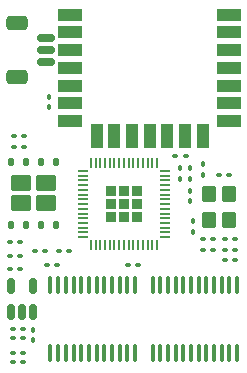
<source format=gbr>
%TF.GenerationSoftware,KiCad,Pcbnew,9.0.2+1*%
%TF.CreationDate,2025-07-26T13:33:14+01:00*%
%TF.ProjectId,ORGNET,4f52474e-4554-42e6-9b69-6361645f7063,1*%
%TF.SameCoordinates,Original*%
%TF.FileFunction,Paste,Top*%
%TF.FilePolarity,Positive*%
%FSLAX46Y46*%
G04 Gerber Fmt 4.6, Leading zero omitted, Abs format (unit mm)*
G04 Created by KiCad (PCBNEW 9.0.2+1) date 2025-07-26 13:33:14*
%MOMM*%
%LPD*%
G01*
G04 APERTURE LIST*
G04 Aperture macros list*
%AMRoundRect*
0 Rectangle with rounded corners*
0 $1 Rounding radius*
0 $2 $3 $4 $5 $6 $7 $8 $9 X,Y pos of 4 corners*
0 Add a 4 corners polygon primitive as box body*
4,1,4,$2,$3,$4,$5,$6,$7,$8,$9,$2,$3,0*
0 Add four circle primitives for the rounded corners*
1,1,$1+$1,$2,$3*
1,1,$1+$1,$4,$5*
1,1,$1+$1,$6,$7*
1,1,$1+$1,$8,$9*
0 Add four rect primitives between the rounded corners*
20,1,$1+$1,$2,$3,$4,$5,0*
20,1,$1+$1,$4,$5,$6,$7,0*
20,1,$1+$1,$6,$7,$8,$9,0*
20,1,$1+$1,$8,$9,$2,$3,0*%
G04 Aperture macros list end*
%ADD10RoundRect,0.090000X-0.139000X-0.090000X0.139000X-0.090000X0.139000X0.090000X-0.139000X0.090000X0*%
%ADD11RoundRect,0.100000X-0.100000X0.637500X-0.100000X-0.637500X0.100000X-0.637500X0.100000X0.637500X0*%
%ADD12RoundRect,0.150000X0.625000X-0.150000X0.625000X0.150000X-0.625000X0.150000X-0.625000X-0.150000X0*%
%ADD13RoundRect,0.250000X0.650000X-0.350000X0.650000X0.350000X-0.650000X0.350000X-0.650000X-0.350000X0*%
%ADD14RoundRect,0.090000X-0.090000X0.139000X-0.090000X-0.139000X0.090000X-0.139000X0.090000X0.139000X0*%
%ADD15RoundRect,0.090000X0.139000X0.090000X-0.139000X0.090000X-0.139000X-0.090000X0.139000X-0.090000X0*%
%ADD16RoundRect,0.250000X0.615000X-0.435000X0.615000X0.435000X-0.615000X0.435000X-0.615000X-0.435000X0*%
%ADD17RoundRect,0.125000X0.125000X-0.250000X0.125000X0.250000X-0.125000X0.250000X-0.125000X-0.250000X0*%
%ADD18RoundRect,0.090000X0.090000X-0.139000X0.090000X0.139000X-0.090000X0.139000X-0.090000X-0.139000X0*%
%ADD19RoundRect,0.150000X0.150000X-0.512500X0.150000X0.512500X-0.150000X0.512500X-0.150000X-0.512500X0*%
%ADD20R,2.000000X1.000000*%
%ADD21R,1.000000X2.000000*%
%ADD22RoundRect,0.250000X-0.350000X0.450000X-0.350000X-0.450000X0.350000X-0.450000X0.350000X0.450000X0*%
%ADD23RoundRect,0.227500X0.227500X-0.227500X0.227500X0.227500X-0.227500X0.227500X-0.227500X-0.227500X0*%
%ADD24RoundRect,0.050000X0.050000X-0.350000X0.050000X0.350000X-0.050000X0.350000X-0.050000X-0.350000X0*%
%ADD25RoundRect,0.050000X0.350000X-0.050000X0.350000X0.050000X-0.350000X0.050000X-0.350000X-0.050000X0*%
G04 APERTURE END LIST*
D10*
%TO.C,C2*%
X143175000Y-108100000D03*
X144040000Y-108100000D03*
%TD*%
%TO.C,C8*%
X142975000Y-101000000D03*
X143840000Y-101000000D03*
%TD*%
D11*
%TO.C,U2*%
X162190000Y-102400000D03*
X161540000Y-102400000D03*
X160890000Y-102400000D03*
X160240000Y-102400000D03*
X159590000Y-102400000D03*
X158940000Y-102400000D03*
X158290000Y-102400000D03*
X157640000Y-102400000D03*
X156990000Y-102400000D03*
X156340000Y-102400000D03*
X155690000Y-102400000D03*
X155040000Y-102400000D03*
X155040000Y-108125000D03*
X155690000Y-108125000D03*
X156340000Y-108125000D03*
X156990000Y-108125000D03*
X157640000Y-108125000D03*
X158290000Y-108125000D03*
X158940000Y-108125000D03*
X159590000Y-108125000D03*
X160240000Y-108125000D03*
X160890000Y-108125000D03*
X161540000Y-108125000D03*
X162190000Y-108125000D03*
%TD*%
D12*
%TO.C,J3*%
X146040000Y-83500000D03*
X146040000Y-82500000D03*
X146040000Y-81500000D03*
D13*
X143515000Y-84800000D03*
X143515000Y-80200000D03*
%TD*%
D14*
%TO.C,R4*%
X158240000Y-92500000D03*
X158240000Y-93365000D03*
%TD*%
D15*
%TO.C,R2*%
X153805000Y-100700000D03*
X152940000Y-100700000D03*
%TD*%
D14*
%TO.C,C13*%
X158240000Y-94400000D03*
X158240000Y-95265000D03*
%TD*%
D10*
%TO.C,C3*%
X143175000Y-108900000D03*
X144040000Y-108900000D03*
%TD*%
D15*
%TO.C,R1*%
X146940000Y-100700000D03*
X146075000Y-100700000D03*
%TD*%
%TO.C,C18*%
X162040000Y-98500000D03*
X161175000Y-98500000D03*
%TD*%
D16*
%TO.C,U5*%
X143891250Y-95480000D03*
X146041250Y-95480000D03*
X143891250Y-93780000D03*
X146041250Y-93780000D03*
D17*
X143061250Y-97330000D03*
X144331250Y-97330000D03*
X145601250Y-97330000D03*
X146871250Y-97330000D03*
X146871250Y-91930000D03*
X145601250Y-91930000D03*
X144331250Y-91930000D03*
X143061250Y-91930000D03*
%TD*%
D18*
%TO.C,R7*%
X146240000Y-87332500D03*
X146240000Y-86467500D03*
%TD*%
D10*
%TO.C,R5*%
X142975000Y-98700000D03*
X143840000Y-98700000D03*
%TD*%
%TO.C,C19*%
X160675000Y-93100000D03*
X161540000Y-93100000D03*
%TD*%
D19*
%TO.C,U3*%
X143040000Y-104700000D03*
X143990000Y-104700000D03*
X144940000Y-104700000D03*
X144940000Y-102425000D03*
X143040000Y-102425000D03*
%TD*%
D14*
%TO.C,C1*%
X144940000Y-106175000D03*
X144940000Y-107040000D03*
%TD*%
D10*
%TO.C,R6*%
X145075000Y-99500000D03*
X145940000Y-99500000D03*
%TD*%
D18*
%TO.C,C15*%
X159340000Y-93032500D03*
X159340000Y-92167500D03*
%TD*%
%TO.C,C14*%
X157340000Y-93365000D03*
X157340000Y-92500000D03*
%TD*%
D15*
%TO.C,C5*%
X144040000Y-106100000D03*
X143175000Y-106100000D03*
%TD*%
D18*
%TO.C,C12*%
X158440000Y-97865000D03*
X158440000Y-97000000D03*
%TD*%
D10*
%TO.C,C17*%
X143275000Y-90700000D03*
X144140000Y-90700000D03*
%TD*%
D20*
%TO.C,U6*%
X148040000Y-79500000D03*
X148040000Y-81000000D03*
X148040000Y-82500000D03*
X148040000Y-84000000D03*
X148040000Y-85500000D03*
X148040000Y-87000000D03*
X148040000Y-88500000D03*
D21*
X150290000Y-89800000D03*
X151790000Y-89800000D03*
X153290000Y-89800000D03*
X154790000Y-89800000D03*
X156290000Y-89800000D03*
X157790000Y-89800000D03*
X159290000Y-89800000D03*
D20*
X161540000Y-88500000D03*
X161540000Y-87000000D03*
X161540000Y-85500000D03*
X161540000Y-84000000D03*
X161540000Y-82500000D03*
X161540000Y-81000000D03*
X161540000Y-79500000D03*
%TD*%
D11*
%TO.C,U1*%
X153540000Y-102400000D03*
X152890000Y-102400000D03*
X152240000Y-102400000D03*
X151590000Y-102400000D03*
X150940000Y-102400000D03*
X150290000Y-102400000D03*
X149640000Y-102400000D03*
X148990000Y-102400000D03*
X148340000Y-102400000D03*
X147690000Y-102400000D03*
X147040000Y-102400000D03*
X146390000Y-102400000D03*
X146390000Y-108125000D03*
X147040000Y-108125000D03*
X147690000Y-108125000D03*
X148340000Y-108125000D03*
X148990000Y-108125000D03*
X149640000Y-108125000D03*
X150290000Y-108125000D03*
X150940000Y-108125000D03*
X151590000Y-108125000D03*
X152240000Y-108125000D03*
X152890000Y-108125000D03*
X153540000Y-108125000D03*
%TD*%
D10*
%TO.C,C11*%
X159275000Y-99400000D03*
X160140000Y-99400000D03*
%TD*%
D15*
%TO.C,C6*%
X144040000Y-106900000D03*
X143175000Y-106900000D03*
%TD*%
%TO.C,R3*%
X162040000Y-100300000D03*
X161175000Y-100300000D03*
%TD*%
D22*
%TO.C,Y1*%
X159840000Y-94700000D03*
X159840000Y-96900000D03*
X161540000Y-96900000D03*
X161540000Y-94700000D03*
%TD*%
D10*
%TO.C,C4*%
X161175000Y-99400000D03*
X162040000Y-99400000D03*
%TD*%
%TO.C,C16*%
X143267500Y-89800000D03*
X144132500Y-89800000D03*
%TD*%
D23*
%TO.C,U4*%
X151480000Y-96660000D03*
X152610000Y-96660000D03*
X153740000Y-96660000D03*
X151480000Y-95530000D03*
X152610000Y-95530000D03*
X153740000Y-95530000D03*
X151480000Y-94400000D03*
X152610000Y-94400000D03*
X153740000Y-94400000D03*
D24*
X149810000Y-98980000D03*
X150210000Y-98980000D03*
X150610000Y-98980000D03*
X151010000Y-98980000D03*
X151410000Y-98980000D03*
X151810000Y-98980000D03*
X152210000Y-98980000D03*
X152610000Y-98980000D03*
X153010000Y-98980000D03*
X153410000Y-98980000D03*
X153810000Y-98980000D03*
X154210000Y-98980000D03*
X154610000Y-98980000D03*
X155010000Y-98980000D03*
X155410000Y-98980000D03*
D25*
X156060000Y-98330000D03*
X156060000Y-97930000D03*
X156060000Y-97530000D03*
X156060000Y-97130000D03*
X156060000Y-96730000D03*
X156060000Y-96330000D03*
X156060000Y-95930000D03*
X156060000Y-95530000D03*
X156060000Y-95130000D03*
X156060000Y-94730000D03*
X156060000Y-94330000D03*
X156060000Y-93930000D03*
X156060000Y-93530000D03*
X156060000Y-93130000D03*
X156060000Y-92730000D03*
D24*
X155410000Y-92080000D03*
X155010000Y-92080000D03*
X154610000Y-92080000D03*
X154210000Y-92080000D03*
X153810000Y-92080000D03*
X153410000Y-92080000D03*
X153010000Y-92080000D03*
X152610000Y-92080000D03*
X152210000Y-92080000D03*
X151810000Y-92080000D03*
X151410000Y-92080000D03*
X151010000Y-92080000D03*
X150610000Y-92080000D03*
X150210000Y-92080000D03*
X149810000Y-92080000D03*
D25*
X149160000Y-92730000D03*
X149160000Y-93130000D03*
X149160000Y-93530000D03*
X149160000Y-93930000D03*
X149160000Y-94330000D03*
X149160000Y-94730000D03*
X149160000Y-95130000D03*
X149160000Y-95530000D03*
X149160000Y-95930000D03*
X149160000Y-96330000D03*
X149160000Y-96730000D03*
X149160000Y-97130000D03*
X149160000Y-97530000D03*
X149160000Y-97930000D03*
X149160000Y-98330000D03*
%TD*%
D10*
%TO.C,R8*%
X156975000Y-91500000D03*
X157840000Y-91500000D03*
%TD*%
%TO.C,C10*%
X159275000Y-98500000D03*
X160140000Y-98500000D03*
%TD*%
%TO.C,C9*%
X147125000Y-99500000D03*
X147990000Y-99500000D03*
%TD*%
D15*
%TO.C,C7*%
X143840000Y-99900000D03*
X142975000Y-99900000D03*
%TD*%
M02*

</source>
